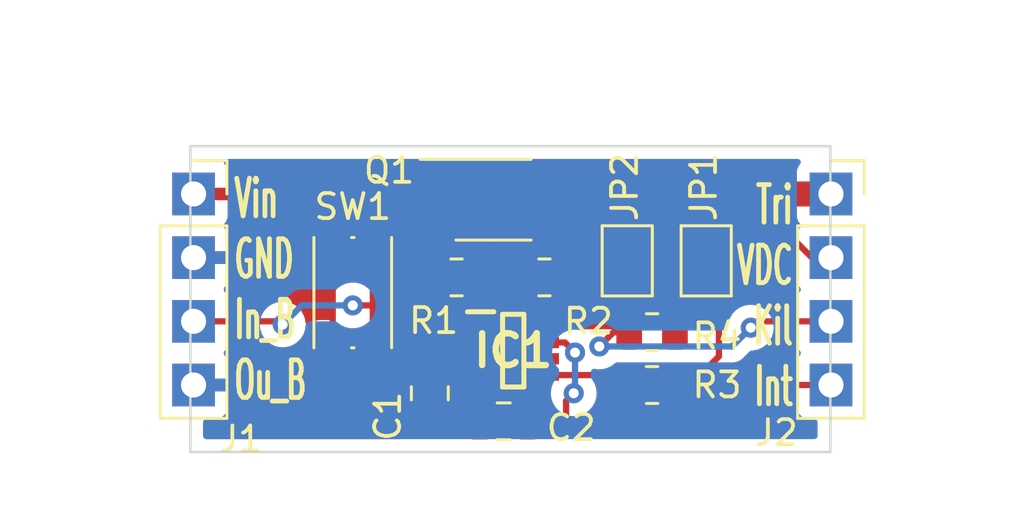
<source format=kicad_pcb>
(kicad_pcb (version 20211014) (generator pcbnew)
  (layers (0 "F.Cu" signal) (31 "B.Cu" signal) (34 "B.Paste" user) (35 "F.Paste" user) (36 "B.SilkS" user "B.Silkscreen") (37 "F.SilkS" user "F.Silkscreen") (38 "B.Mask" user) (39 "F.Mask" user) (44 "Edge.Cuts" user))
  (net 0 "")
  (net 1 "Net-(C1-Pad1)")
  (net 2 "GND")
  (net 3 "Net-(C2-Pad1)")
  (net 4 "Vin")
  (net 5 "/Button_In")
  (net 6 "Net-(JP1-Pad1)")
  (net 7 "+VDC")
  (net 8 "Net-(JP2-Pad1)")
  (net 9 "Net-(Q1-Pad4)")
  (net 10 "/PowerTrigger")
  (net 11 "Net-(IC1-Pad6)")
  (net 12 "/_INT")
  (net 13 "/_Kill")
  (footprint "Resistor_SMD:R_0805_2012Metric" (layer "F.Cu") (at 140.9954 76.98855 180)
    (fp_text reference "R2" (at -1.7526 -1.75145) (layer "F.SilkS"))
    (fp_text value "100k")
    (fp_line (start -0.227064 0.735) (end 0.227064 0.735) (layer "F.SilkS") (width 0.12))
    (fp_line (start -0.227064 -0.735) (end 0.227064 -0.735) (layer "F.SilkS") (width 0.12))
    (pad "1" smd roundrect locked (at -0.9125 0 180) (size 1.025 1.4) (layers "F.Cu" "F.Paste" "F.Mask") (roundrect_rratio 0.243902) (net 9 "Net-(Q1-Pad4)"))
    (pad "2" smd roundrect locked (at 0.9125 0 180) (size 1.025 1.4) (layers "F.Cu" "F.Paste" "F.Mask") (roundrect_rratio 0.243902) (net 11 "Net-(IC1-Pad6)"))
  )
  (footprint "Button_Switch_SMD:SW_Push_1P1T_NO_CK_KMR2" (layer "F.Cu") (at 133.35 77.597 90)
    (fp_text reference "SW1" (at 3.429 0 180) (layer "F.SilkS"))
    (fp_text value "PowerButton")
    (fp_line (start 2.2 0.05) (end 2.2 -0.05) (layer "F.SilkS") (width 0.12))
    (fp_line (start -2.2 0.05) (end -2.2 -0.05) (layer "F.SilkS") (width 0.12))
    (fp_line (start -2.2 1.55) (end 2.2 1.55) (layer "F.SilkS") (width 0.12))
    (fp_line (start 2.2 -1.55) (end -2.2 -1.55) (layer "F.SilkS") (width 0.12))
    (pad "1" smd rect locked (at -2.05 -0.8 90) (size 0.9 1) (layers "F.Cu" "F.Paste" "F.Mask") (net 2 "GND"))
    (pad "1" smd rect locked (at 2.05 -0.8 90) (size 0.9 1) (layers "F.Cu" "F.Paste" "F.Mask") (net 2 "GND"))
    (pad "2" smd rect locked (at 2.05 0.8 90) (size 0.9 1) (layers "F.Cu" "F.Paste" "F.Mask") (net 5 "/Button_In"))
    (pad "2" smd rect locked (at -2.05 0.8 90) (size 0.9 1) (layers "F.Cu" "F.Paste" "F.Mask") (net 5 "/Button_In"))
  )
  (footprint "Capacitor_SMD:C_0805_2012Metric" (layer "F.Cu") (at 139.3698 82.72895 180)
    (fp_text reference "C2" (at -2.6924 -0.254) (layer "F.SilkS"))
    (fp_text value "2.2uF")
    (fp_line (start -0.261252 -0.735) (end 0.261252 -0.735) (layer "F.SilkS") (width 0.12))
    (fp_line (start -0.261252 0.735) (end 0.261252 0.735) (layer "F.SilkS") (width 0.12))
    (pad "1" smd roundrect locked (at -0.95 0 180) (size 1 1.45) (layers "F.Cu" "F.Paste" "F.Mask") (net 3 "Net-(C2-Pad1)"))
    (pad "2" smd roundrect locked (at 0.95 0 180) (size 1 1.45) (layers "F.Cu" "F.Paste" "F.Mask") (net 2 "GND"))
  )
  (footprint "Package_SO:MSOP-8_3x3mm_P0.65mm" (layer "F.Cu") (at 138.9634 73.88975)
    (fp_text reference "Q1" (at -4.1656 -1.1684) (layer "F.SilkS"))
    (fp_text value "IRF7606PBF")
    (fp_line (start 0 1.61) (end 1.5 1.61) (layer "F.SilkS") (width 0.12))
    (fp_line (start 0 -1.61) (end -2.925 -1.61) (layer "F.SilkS") (width 0.12))
    (fp_line (start 0 1.61) (end -1.5 1.61) (layer "F.SilkS") (width 0.12))
    (fp_line (start 0 -1.61) (end 1.5 -1.61) (layer "F.SilkS") (width 0.12))
    (pad "1" smd roundrect locked (at -2.1125 -0.975) (size 1.625 0.4) (layers "F.Cu" "F.Paste" "F.Mask") (net 4 "Vin"))
    (pad "2" smd roundrect locked (at -2.1125 -0.325) (size 1.625 0.4) (layers "F.Cu" "F.Paste" "F.Mask") (net 4 "Vin"))
    (pad "3" smd roundrect locked (at -2.1125 0.325) (size 1.625 0.4) (layers "F.Cu" "F.Paste" "F.Mask") (net 4 "Vin"))
    (pad "4" smd roundrect locked (at -2.1125 0.975) (size 1.625 0.4) (layers "F.Cu" "F.Paste" "F.Mask") (net 9 "Net-(Q1-Pad4)"))
    (pad "5" smd roundrect locked (at 2.1125 0.975) (size 1.625 0.4) (layers "F.Cu" "F.Paste" "F.Mask") (net 10 "/PowerTrigger"))
    (pad "6" smd roundrect locked (at 2.1125 0.325) (size 1.625 0.4) (layers "F.Cu" "F.Paste" "F.Mask") (net 10 "/PowerTrigger"))
    (pad "7" smd roundrect locked (at 2.1125 -0.325) (size 1.625 0.4) (layers "F.Cu" "F.Paste" "F.Mask") (net 10 "/PowerTrigger"))
    (pad "8" smd roundrect locked (at 2.1125 -0.975) (size 1.625 0.4) (layers "F.Cu" "F.Paste" "F.Mask") (net 10 "/PowerTrigger"))
  )
  (footprint "SamacSys_Parts:SOT65P280X100-8N" (layer "F.Cu") (at 139.7508 79.90955)
    (fp_text reference "IC1" (at 0 0) (layer "F.SilkS") (effects (font (size 1.27 1.27) (thickness 0.254))))
    (fp_text value "LTC2954ITS8-2#PBF" hide)
    (fp_line (start -1.825 -1.55) (end -0.775 -1.55) (layer "F.SilkS") (width 0.2))
    (fp_line (start -0.425 1.45) (end -0.425 -1.45) (layer "F.SilkS") (width 0.2))
    (fp_line (start -0.425 -1.45) (end 0.425 -1.45) (layer "F.SilkS") (width 0.2))
    (fp_line (start 0.425 1.45) (end -0.425 1.45) (layer "F.SilkS") (width 0.2))
    (fp_line (start 0.425 -1.45) (end 0.425 1.45) (layer "F.SilkS") (width 0.2))
    (pad "1" smd rect locked (at -1.3 -0.975 90) (size 0.45 1.05) (layers "F.Cu" "F.Paste" "F.Mask") (net 4 "Vin"))
    (pad "2" smd rect locked (at -1.3 -0.325 90) (size 0.45 1.05) (layers "F.Cu" "F.Paste" "F.Mask") (net 5 "/Button_In"))
    (pad "3" smd rect locked (at -1.3 0.325 90) (size 0.45 1.05) (layers "F.Cu" "F.Paste" "F.Mask") (net 1 "Net-(C1-Pad1)"))
    (pad "4" smd rect locked (at -1.3 0.975 90) (size 0.45 1.05) (layers "F.Cu" "F.Paste" "F.Mask") (net 2 "GND"))
    (pad "5" smd rect locked (at 1.3 0.975 90) (size 0.45 1.05) (layers "F.Cu" "F.Paste" "F.Mask") (net 12 "/_INT"))
    (pad "6" smd rect locked (at 1.3 0.325 90) (size 0.45 1.05) (layers "F.Cu" "F.Paste" "F.Mask") (net 11 "Net-(IC1-Pad6)"))
    (pad "7" smd rect locked (at 1.3 -0.325 90) (size 0.45 1.05) (layers "F.Cu" "F.Paste" "F.Mask") (net 3 "Net-(C2-Pad1)"))
    (pad "8" smd rect locked (at 1.3 -0.975 90) (size 0.45 1.05) (layers "F.Cu" "F.Paste" "F.Mask") (net 13 "/_Kill"))
  )
  (footprint "Connector_PinSocket_2.54mm:PinSocket_1x04_P2.54mm_Vertical" (layer "F.Cu") (at 127 73.66)
    (fp_text reference "J1" (at 1.88 9.779) (layer "F.SilkS"))
    (fp_text value "Conn_01x04_Female")
    (fp_line (start -1.33 1.27) (end -1.33 8.95) (layer "F.SilkS") (width 0.12))
    (fp_line (start 1.33 -1.33) (end 1.33 0) (layer "F.SilkS") (width 0.12))
    (fp_line (start 1.33 1.27) (end 1.33 8.95) (layer "F.SilkS") (width 0.12))
    (fp_line (start -1.33 8.95) (end 1.33 8.95) (layer "F.SilkS") (width 0.12))
    (fp_line (start 0 -1.33) (end 1.33 -1.33) (layer "F.SilkS") (width 0.12))
    (fp_line (start -1.33 1.27) (end 1.33 1.27) (layer "F.SilkS") (width 0.12))
    (pad "1" thru_hole rect locked (at 0 0) (size 1.7 1.7) (drill 1) (layers *.Cu *.Mask) (net 4 "Vin"))
    (pad "2" thru_hole rect locked (at 0 2.54) (size 1.7 1.7) (drill 1) (layers *.Cu *.Mask) (net 2 "GND"))
    (pad "3" thru_hole rect locked (at 0 5.08) (size 1.7 1.7) (drill 1) (layers *.Cu *.Mask) (net 5 "/Button_In"))
    (pad "4" thru_hole rect locked (at 0 7.62) (size 1.7 1.7) (drill 1) (layers *.Cu *.Mask) (net 2 "GND"))
  )
  (footprint "Connector_PinSocket_2.54mm:PinSocket_1x04_P2.54mm_Vertical" (layer "F.Cu") (at 152.425 73.66)
    (fp_text reference "J2" (at -2.184 9.525) (layer "F.SilkS"))
    (fp_text value "Conn_01x04_Female")
    (fp_line (start -1.33 8.95) (end 1.33 8.95) (layer "F.SilkS") (width 0.12))
    (fp_line (start 1.33 1.27) (end 1.33 8.95) (layer "F.SilkS") (width 0.12))
    (fp_line (start -1.33 1.27) (end 1.33 1.27) (layer "F.SilkS") (width 0.12))
    (fp_line (start -1.33 1.27) (end -1.33 8.95) (layer "F.SilkS") (width 0.12))
    (fp_line (start 1.33 -1.33) (end 1.33 0) (layer "F.SilkS") (width 0.12))
    (fp_line (start 0 -1.33) (end 1.33 -1.33) (layer "F.SilkS") (width 0.12))
    (pad "1" thru_hole rect locked (at 0 0) (size 1.7 1.7) (drill 1) (layers *.Cu *.Mask) (net 10 "/PowerTrigger"))
    (pad "2" thru_hole rect locked (at 0 2.54) (size 1.7 1.7) (drill 1) (layers *.Cu *.Mask) (net 7 "+VDC"))
    (pad "3" thru_hole rect locked (at 0 5.08) (size 1.7 1.7) (drill 1) (layers *.Cu *.Mask) (net 13 "/_Kill"))
    (pad "4" thru_hole rect locked (at 0 7.62) (size 1.7 1.7) (drill 1) (layers *.Cu *.Mask) (net 12 "/_INT"))
  )
  (footprint "Jumper:SolderJumper-2_P1.3mm_Open_TrianglePad1.0x1.5mm" (layer "F.Cu") (at 144.2974 76.32815 90)
    (fp_text reference "JP2" (at 2.9464 -0.1016 90) (layer "F.SilkS"))
    (fp_text value "Kill_Pull")
    (fp_line (start 1.4 1) (end -1.4 1) (layer "F.SilkS") (width 0.12))
    (fp_line (start -1.4 1) (end -1.4 -1) (layer "F.SilkS") (width 0.12))
    (fp_line (start -1.4 -1) (end 1.4 -1) (layer "F.SilkS") (width 0.12))
    (fp_line (start 1.4 -1) (end 1.4 1) (layer "F.SilkS") (width 0.12))
    (pad "1" smd custom locked (at -0.725 0 90) (size 0.3 0.3) (layers "F.Cu" "F.Mask") (net 8 "Net-(JP2-Pad1)") (options (clearance outline) (anchor rect)) (primitives (gr_poly (pts (xy 1 0) (xy 0.5 0.75) (xy -0.5 0.75) (xy -0.5 -0.75) (xy 0.5 -0.75)) (width 0) (fill yes))))
    (pad "2" smd custom locked (at 0.725 0 90) (size 0.3 0.3) (layers "F.Cu" "F.Mask") (net 7 "+VDC") (options (clearance outline) (anchor rect)) (primitives (gr_poly (pts (xy 0.5 0.75) (xy -0.65 0.75) (xy -0.15 0) (xy -0.65 -0.75) (xy 0.5 -0.75)) (width 0) (fill yes))))
  )
  (footprint "Resistor_SMD:R_0805_2012Metric" (layer "F.Cu") (at 137.4902 76.98855)
    (fp_text reference "R1" (at -0.9144 1.7272) (layer "F.SilkS"))
    (fp_text value "100k")
    (fp_line (start -0.227064 0.735) (end 0.227064 0.735) (layer "F.SilkS") (width 0.12))
    (fp_line (start -0.227064 -0.735) (end 0.227064 -0.735) (layer "F.SilkS") (width 0.12))
    (pad "1" smd roundrect locked (at -0.9125 0) (size 1.025 1.4) (layers "F.Cu" "F.Paste" "F.Mask") (roundrect_rratio 0.243902) (net 4 "Vin"))
    (pad "2" smd roundrect locked (at 0.9125 0) (size 1.025 1.4) (layers "F.Cu" "F.Paste" "F.Mask") (roundrect_rratio 0.243902) (net 11 "Net-(IC1-Pad6)"))
  )
  (footprint "Resistor_SMD:R_0805_2012Metric" (layer "F.Cu") (at 145.288 79.17295 180)
    (fp_text reference "R4" (at -2.5908 -0.1524) (layer "F.SilkS"))
    (fp_text value "100k")
    (fp_line (start -0.227064 -0.735) (end 0.227064 -0.735) (layer "F.SilkS") (width 0.12))
    (fp_line (start -0.227064 0.735) (end 0.227064 0.735) (layer "F.SilkS") (width 0.12))
    (pad "1" smd roundrect locked (at -0.9125 0 180) (size 1.025 1.4) (layers "F.Cu" "F.Paste" "F.Mask") (roundrect_rratio 0.243902) (net 8 "Net-(JP2-Pad1)"))
    (pad "2" smd roundrect locked (at 0.9125 0 180) (size 1.025 1.4) (layers "F.Cu" "F.Paste" "F.Mask") (roundrect_rratio 0.243902) (net 13 "/_Kill"))
  )
  (footprint "Jumper:SolderJumper-2_P1.3mm_Open_TrianglePad1.0x1.5mm" (layer "F.Cu") (at 147.447 76.32815 90)
    (fp_text reference "JP1" (at 2.9464 -0.1016 90) (layer "F.SilkS"))
    (fp_text value "Int_Pull")
    (fp_line (start 1.4 1) (end -1.4 1) (layer "F.SilkS") (width 0.12))
    (fp_line (start -1.4 -1) (end 1.4 -1) (layer "F.SilkS") (width 0.12))
    (fp_line (start -1.4 1) (end -1.4 -1) (layer "F.SilkS") (width 0.12))
    (fp_line (start 1.4 -1) (end 1.4 1) (layer "F.SilkS") (width 0.12))
    (pad "1" smd custom locked (at -0.725 0 90) (size 0.3 0.3) (layers "F.Cu" "F.Mask") (net 6 "Net-(JP1-Pad1)") (options (clearance outline) (anchor rect)) (primitives (gr_poly (pts (xy 1 0) (xy 0.5 0.75) (xy -0.5 0.75) (xy -0.5 -0.75) (xy 0.5 -0.75)) (width 0) (fill yes))))
    (pad "2" smd custom locked (at 0.725 0 90) (size 0.3 0.3) (layers "F.Cu" "F.Mask") (net 7 "+VDC") (options (clearance outline) (anchor rect)) (primitives (gr_poly (pts (xy 0.5 0.75) (xy -0.65 0.75) (xy -0.15 0) (xy -0.65 -0.75) (xy 0.5 -0.75)) (width 0) (fill yes))))
  )
  (footprint "Resistor_SMD:R_0805_2012Metric" (layer "F.Cu") (at 145.288 81.28 180)
    (fp_text reference "R3" (at -2.5908 0) (layer "F.SilkS"))
    (fp_text value "100k")
    (fp_line (start -0.227064 -0.735) (end 0.227064 -0.735) (layer "F.SilkS") (width 0.12))
    (fp_line (start -0.227064 0.735) (end 0.227064 0.735) (layer "F.SilkS") (width 0.12))
    (pad "1" smd roundrect locked (at -0.9125 0 180) (size 1.025 1.4) (layers "F.Cu" "F.Paste" "F.Mask") (roundrect_rratio 0.243902) (net 6 "Net-(JP1-Pad1)"))
    (pad "2" smd roundrect locked (at 0.9125 0 180) (size 1.025 1.4) (layers "F.Cu" "F.Paste" "F.Mask") (roundrect_rratio 0.243902) (net 12 "/_INT"))
  )
  (footprint "Capacitor_SMD:C_0805_2012Metric" (layer "F.Cu") (at 136.4234 81.61135 -90)
    (fp_text reference "C1" (at 0.9144 1.6764 90) (layer "F.SilkS"))
    (fp_text value "0.33uF")
    (fp_line (start -0.261252 0.735) (end 0.261252 0.735) (layer "F.SilkS") (width 0.12))
    (fp_line (start -0.261252 -0.735) (end 0.261252 -0.735) (layer "F.SilkS") (width 0.12))
    (pad "1" smd roundrect locked (at -0.95 0 270) (size 1 1.45) (layers "F.Cu" "F.Paste" "F.Mask") (net 1 "Net-(C1-Pad1)"))
    (pad "2" smd roundrect locked (at 0.95 0 270) (size 1 1.45) (layers "F.Cu" "F.Paste" "F.Mask") (net 2 "GND"))
  )
  (gr_rect (start 126.873 71.755) (end 152.4 83.947) (layer "Edge.Cuts") (width 0.1) (fill none))
  (gr_text "Tri\nVDC\nKil\nInt" (at 151.003 77.724) (layer "F.SilkS") (effects (font (size 1.5 0.762) (thickness 0.1905)) (justify right)))
  (gr_text "Vin\nGND\nIn_B\nOu_B" (at 128.524 77.47) (layer "F.SilkS") (effects (font (size 1.5 0.762) (thickness 0.1905)) (justify left)))
  (segment (start 138.4508 80.23455) (end 136.8502 80.23455) (width 0.25) (layer "F.Cu") (net 1))
  (segment (start 136.8502 80.23455) (end 136.4234 80.66135) (width 0.25) (layer "F.Cu") (net 1))
  (segment (start 138.4198 82.72895) (end 138.4198 80.91555) (width 0.25) (layer "F.Cu") (net 2))
  (segment (start 138.4198 80.91555) (end 138.4508 80.88455) (width 0.25) (layer "F.Cu") (net 2))
  (segment (start 130.175 76.2) (end 127 76.2) (width 0.25) (layer "F.Cu") (net 2))
  (segment (start 133.61535 82.56135) (end 136.4234 82.56135) (width 0.25) (layer "F.Cu") (net 2))
  (segment (start 127 81.28) (end 132.588 81.28) (width 0.25) (layer "F.Cu") (net 2))
  (segment (start 132.6262 79.7232) (end 132.6262 81.2418) (width 0.25) (layer "F.Cu") (net 2))
  (segment (start 138.2522 82.56135) (end 138.4198 82.72895) (width 0.25) (layer "F.Cu") (net 2))
  (segment (start 132.55 79.647) (end 132.55 75.547) (width 0.25) (layer "F.Cu") (net 2))
  (segment (start 132.6262 81.5722) (end 133.61535 82.56135) (width 0.25) (layer "F.Cu") (net 2))
  (segment (start 132.588 81.28) (end 132.6262 81.2418) (width 0.25) (layer "F.Cu") (net 2))
  (segment (start 136.4234 82.56135) (end 138.2522 82.56135) (width 0.25) (layer "F.Cu") (net 2))
  (segment (start 132.55 79.647) (end 132.6262 79.7232) (width 0.25) (layer "F.Cu") (net 2))
  (segment (start 132.6262 81.2418) (end 132.6262 81.5722) (width 0.25) (layer "F.Cu") (net 2))
  (segment (start 132.55 75.547) (end 130.828 75.547) (width 0.25) (layer "F.Cu") (net 2))
  (segment (start 130.828 75.547) (end 130.175 76.2) (width 0.25) (layer "F.Cu") (net 2))
  (segment (start 141.859 82.42415) (end 141.5542 82.72895) (width 0.25) (layer "F.Cu") (net 3))
  (segment (start 142.1638 81.60905) (end 141.859 81.91385) (width 0.25) (layer "F.Cu") (net 3))
  (segment (start 141.859 81.91385) (end 141.859 82.42415) (width 0.25) (layer "F.Cu") (net 3))
  (segment (start 141.8134 79.58455) (end 142.2146 79.98575) (width 0.25) (layer "F.Cu") (net 3))
  (segment (start 141.5542 82.72895) (end 140.3198 82.72895) (width 0.25) (layer "F.Cu") (net 3))
  (segment (start 141.0508 79.58455) (end 141.8134 79.58455) (width 0.25) (layer "F.Cu") (net 3))
  (via (at 142.2146 79.98575) (size 0.8) (drill 0.4) (layers "F.Cu" "B.Cu") (net 3))
  (via (at 142.1638 81.60905) (size 0.8) (drill 0.4) (layers "F.Cu" "B.Cu") (net 3))
  (segment (start 142.2146 79.98575) (end 142.2146 81.55825) (width 0.25) (layer "B.Cu") (net 3))
  (segment (start 142.2146 81.55825) (end 142.1638 81.60905) (width 0.25) (layer "B.Cu") (net 3))
  (segment (start 136.8509 72.91475) (end 134.8584 72.91475) (width 0.5) (layer "F.Cu") (net 4))
  (segment (start 136.8509 72.91475) (end 136.8509 74.21475) (width 0.5) (layer "F.Cu") (net 4))
  (segment (start 136.5777 76.98855) (end 136.525 76.98855) (width 0.25) (layer "F.Cu") (net 4))
  (segment (start 136.5777 76.98855) (end 136.5777 77.85405) (width 0.25) (layer "F.Cu") (net 4))
  (segment (start 135.509 74.49935) (end 135.7936 74.21475) (width 0.25) (layer "F.Cu") (net 4))
  (segment (start 137.6582 78.93455) (end 138.4508 78.93455) (width 0.25) (layer "F.Cu") (net 4))
  (segment (start 135.509 75.97255) (end 135.509 74.49935) (width 0.25) (layer "F.Cu") (net 4))
  (segment (start 135.7936 74.21475) (end 136.8509 74.21475) (width 0.25) (layer "F.Cu") (net 4))
  (segment (start 134.8584 72.91475) (end 134.11315 73.66) (width 0.5) (layer "F.Cu") (net 4))
  (segment (start 136.525 76.98855) (end 135.509 75.97255) (width 0.25) (layer "F.Cu") (net 4))
  (segment (start 134.11315 73.66) (end 127.914 73.66) (width 0.5) (layer "F.Cu") (net 4))
  (segment (start 136.5777 77.85405) (end 137.6582 78.93455) (width 0.25) (layer "F.Cu") (net 4))
  (segment (start 130.556 78.867) (end 130.429 78.74) (width 0.25) (layer "F.Cu") (net 5))
  (segment (start 136.0222 79.58455) (end 138.4508 79.58455) (width 0.25) (layer "F.Cu") (net 5))
  (segment (start 133.35 78.105) (end 134.061 78.105) (width 0.25) (layer "F.Cu") (net 5))
  (segment (start 134.061 78.105) (end 134.15 78.194) (width 0.25) (layer "F.Cu") (net 5))
  (segment (start 134.15 78.194) (end 134.15 79.647) (width 0.25) (layer "F.Cu") (net 5))
  (segment (start 130.429 78.74) (end 127 78.74) (width 0.25) (layer "F.Cu") (net 5))
  (segment (start 135.95975 79.647) (end 136.0222 79.58455) (width 0.25) (layer "F.Cu") (net 5))
  (segment (start 134.15 75.547) (end 134.15 78.194) (width 0.25) (layer "F.Cu") (net 5))
  (segment (start 134.15 79.647) (end 135.95975 79.647) (width 0.25) (layer "F.Cu") (net 5))
  (via (at 133.35 78.105) (size 0.8) (drill 0.4) (layers "F.Cu" "B.Cu") (net 5))
  (via (at 130.556 78.867) (size 0.8) (drill 0.4) (layers "F.Cu" "B.Cu") (net 5))
  (segment (start 131.318 78.105) (end 130.556 78.867) (width 0.25) (layer "B.Cu") (net 5))
  (segment (start 133.35 78.105) (end 131.318 78.105) (width 0.25) (layer "B.Cu") (net 5))
  (segment (start 146.2005 81.28) (end 146.812 81.28) (width 0.25) (layer "F.Cu") (net 6))
  (segment (start 146.812 81.28) (end 147.955 80.137) (width 0.25) (layer "F.Cu") (net 6))
  (segment (start 147.955 80.137) (end 147.955 77.56115) (width 0.25) (layer "F.Cu") (net 6))
  (segment (start 147.955 77.56115) (end 147.447 77.05315) (width 0.25) (layer "F.Cu") (net 6))
  (segment (start 147.447 75.60315) (end 151.06615 75.60315) (width 0.25) (layer "F.Cu") (net 7))
  (segment (start 151.06615 75.60315) (end 151.663 76.2) (width 0.25) (layer "F.Cu") (net 7))
  (segment (start 144.2974 75.60315) (end 147.447 75.60315) (width 0.25) (layer "F.Cu") (net 7))
  (segment (start 146.2005 79.17295) (end 146.2005 78.8905) (width 0.25) (layer "F.Cu") (net 8))
  (segment (start 144.36315 77.05315) (end 144.2974 77.05315) (width 0.25) (layer "F.Cu") (net 8))
  (segment (start 146.2005 78.8905) (end 144.36315 77.05315) (width 0.25) (layer "F.Cu") (net 8))
  (segment (start 141.5034 75.82015) (end 141.9079 76.22465) (width 0.25) (layer "F.Cu") (net 9))
  (segment (start 140.0302 75.82015) (end 141.5034 75.82015) (width 0.25) (layer "F.Cu") (net 9))
  (segment (start 139.0748 74.86475) (end 140.0302 75.82015) (width 0.25) (layer "F.Cu") (net 9))
  (segment (start 136.8509 74.86475) (end 139.0748 74.86475) (width 0.25) (layer "F.Cu") (net 9))
  (segment (start 141.9079 76.22465) (end 141.9079 76.98855) (width 0.25) (layer "F.Cu") (net 9))
  (segment (start 141.0759 72.91475) (end 141.0759 74.86475) (width 1) (layer "F.Cu") (net 10))
  (segment (start 141.0759 72.91475) (end 143.3732 72.91475) (width 1) (layer "F.Cu") (net 10))
  (segment (start 143.3732 72.91475) (end 144.11845 73.66) (width 1) (layer "F.Cu") (net 10))
  (segment (start 144.11845 73.66) (end 151.663 73.66) (width 1) (layer "F.Cu") (net 10))
  (segment (start 139.8778 80.08735) (end 139.8778 77.19365) (width 0.25) (layer "F.Cu") (net 11))
  (segment (start 140.0829 76.98855) (end 138.4027 76.98855) (width 0.25) (layer "F.Cu") (net 11))
  (segment (start 141.0508 80.23455) (end 140.025 80.23455) (width 0.25) (layer "F.Cu") (net 11))
  (segment (start 139.8778 77.19365) (end 140.0829 76.98855) (width 0.25) (layer "F.Cu") (net 11))
  (segment (start 140.025 80.23455) (end 139.8778 80.08735) (width 0.25) (layer "F.Cu") (net 11))
  (segment (start 144.3755 81.7645) (end 145.288 82.677) (width 0.25) (layer "F.Cu") (net 12))
  (segment (start 148.844 81.28) (end 151.663 81.28) (width 0.25) (layer "F.Cu") (net 12))
  (segment (start 141.0508 80.88455) (end 143.98005 80.88455) (width 0.25) (layer "F.Cu") (net 12))
  (segment (start 143.98005 80.88455) (end 144.3755 81.28) (width 0.25) (layer "F.Cu") (net 12))
  (segment (start 145.288 82.677) (end 147.447 82.677) (width 0.25) (layer "F.Cu") (net 12))
  (segment (start 147.447 82.677) (end 148.844 81.28) (width 0.25) (layer "F.Cu") (net 12))
  (segment (start 144.3755 81.28) (end 144.3755 81.7645) (width 0.25) (layer "F.Cu") (net 12))
  (segment (start 149.225 78.994) (end 149.479 78.74) (width 0.25) (layer "F.Cu") (net 13))
  (segment (start 149.479 78.74) (end 151.663 78.74) (width 0.25) (layer "F.Cu") (net 13))
  (segment (start 141.0508 78.93455) (end 144.1371 78.93455) (width 0.25) (layer "F.Cu") (net 13))
  (segment (start 143.75321 79.17295) (end 143.183972 79.742188) (width 0.25) (layer "F.Cu") (net 13))
  (segment (start 144.3755 79.17295) (end 143.75321 79.17295) (width 0.25) (layer "F.Cu") (net 13))
  (segment (start 144.1371 78.93455) (end 144.3755 79.17295) (width 0.25) (layer "F.Cu") (net 13))
  (via (at 143.183972 79.742188) (size 0.8) (drill 0.4) (layers "F.Cu" "B.Cu") (net 13))
  (via (at 149.225 78.994) (size 0.8) (drill 0.4) (layers "F.Cu" "B.Cu") (net 13))
  (segment (start 143.183972 79.742188) (end 148.476812 79.742188) (width 0.25) (layer "B.Cu") (net 13))
  (segment (start 148.476812 79.742188) (end 149.225 78.994) (width 0.25) (layer "B.Cu") (net 13))
  (zone (net 2) (net_name "GND") (layer "F.Cu") (connect_pads (clearance 0.508)) (min_thickness 0.254) (fill yes (thermal_gap 0.508) (thermal_bridge_width 0.508))
    (polygon (pts (xy 154.432 84.328) (xy 126.365 84.328) (xy 126.365 71.374) (xy 154.432 71.374)))
  )
  (zone (net 2) (net_name "GND") (layer "B.Cu") (connect_pads (clearance 0.508)) (min_thickness 0.254) (fill yes (thermal_gap 0.508) (thermal_bridge_width 0.508))
    (polygon (pts (xy 154.432 84.328) (xy 126.365 84.328) (xy 126.365 71.374) (xy 154.432 71.374)))
  )
)
</source>
